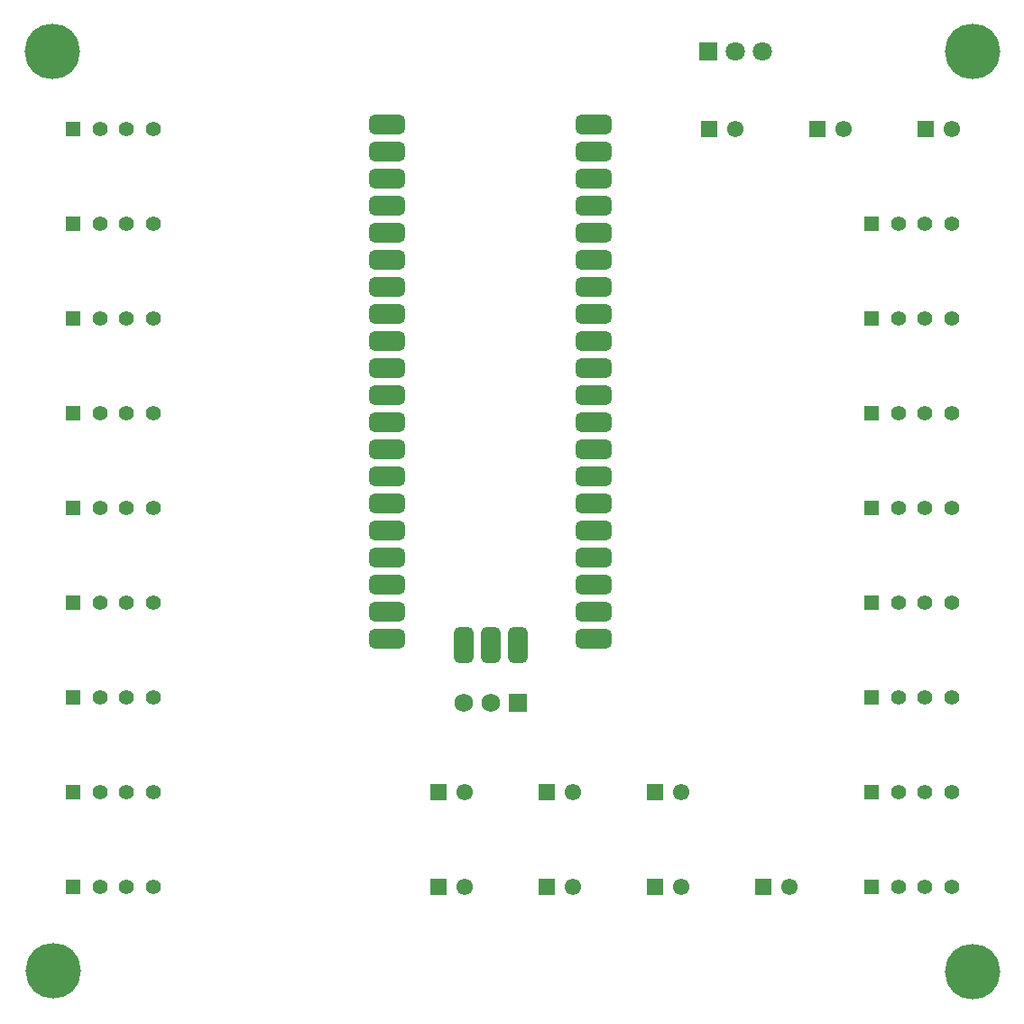
<source format=gbs>
G04*
G04 #@! TF.GenerationSoftware,Altium Limited,Altium Designer,22.0.2 (36)*
G04*
G04 Layer_Color=16711935*
%FSLAX25Y25*%
%MOIN*%
G70*
G04*
G04 #@! TF.SameCoordinates,D3D46FE2-1C8D-4EF8-A088-ECFC07646440*
G04*
G04*
G04 #@! TF.FilePolarity,Negative*
G04*
G01*
G75*
%ADD20C,0.20485*%
%ADD21C,0.07099*%
%ADD22R,0.07099X0.07099*%
%ADD23C,0.06902*%
%ADD24R,0.06902X0.06902*%
%ADD25C,0.06102*%
%ADD26R,0.06102X0.06102*%
%ADD27C,0.05512*%
%ADD28R,0.05512X0.05512*%
G04:AMPARAMS|DCode=29|XSize=133.98mil|YSize=70.99mil|CornerRadius=19.75mil|HoleSize=0mil|Usage=FLASHONLY|Rotation=0.000|XOffset=0mil|YOffset=0mil|HoleType=Round|Shape=RoundedRectangle|*
%AMROUNDEDRECTD29*
21,1,0.13398,0.03150,0,0,0.0*
21,1,0.09449,0.07099,0,0,0.0*
1,1,0.03950,0.04724,-0.01575*
1,1,0.03950,-0.04724,-0.01575*
1,1,0.03950,-0.04724,0.01575*
1,1,0.03950,0.04724,0.01575*
%
%ADD29ROUNDEDRECTD29*%
G04:AMPARAMS|DCode=30|XSize=70.99mil|YSize=133.98mil|CornerRadius=19.75mil|HoleSize=0mil|Usage=FLASHONLY|Rotation=0.000|XOffset=0mil|YOffset=0mil|HoleType=Round|Shape=RoundedRectangle|*
%AMROUNDEDRECTD30*
21,1,0.07099,0.09449,0,0,0.0*
21,1,0.03150,0.13398,0,0,0.0*
1,1,0.03950,0.01575,-0.04724*
1,1,0.03950,-0.01575,-0.04724*
1,1,0.03950,-0.01575,0.04724*
1,1,0.03950,0.01575,0.04724*
%
%ADD30ROUNDEDRECTD30*%
D20*
X20000Y360000D02*
D03*
X20500Y20500D02*
D03*
X360000Y20000D02*
D03*
Y360000D02*
D03*
D21*
X272500D02*
D03*
X282500D02*
D03*
D22*
X262500D02*
D03*
D23*
X182000Y119500D02*
D03*
X172000D02*
D03*
D24*
X192000D02*
D03*
D25*
X352421Y331567D02*
D03*
X312421D02*
D03*
X292421Y51567D02*
D03*
X272421Y331567D02*
D03*
X252421Y51567D02*
D03*
X212421D02*
D03*
X172421D02*
D03*
X252421Y86567D02*
D03*
X212421D02*
D03*
X172421D02*
D03*
D26*
X342579Y331567D02*
D03*
X302579D02*
D03*
X282579Y51567D02*
D03*
X262579Y331567D02*
D03*
X242579Y51567D02*
D03*
X202579D02*
D03*
X162579D02*
D03*
X242579Y86567D02*
D03*
X202579D02*
D03*
X162579D02*
D03*
D27*
X352264Y51567D02*
D03*
X342421D02*
D03*
X332579D02*
D03*
X352264Y86567D02*
D03*
X342421D02*
D03*
X332579D02*
D03*
X352264Y121567D02*
D03*
X342421Y121567D02*
D03*
X332579D02*
D03*
X352264Y156567D02*
D03*
X342421Y156567D02*
D03*
X332579D02*
D03*
X342421Y191567D02*
D03*
X352264D02*
D03*
X332579D02*
D03*
X342421Y226567D02*
D03*
X352264D02*
D03*
X332579D02*
D03*
X342421Y261567D02*
D03*
X352264D02*
D03*
X332579D02*
D03*
X352264Y296567D02*
D03*
X342421D02*
D03*
X332579D02*
D03*
X57264Y51567D02*
D03*
X47421D02*
D03*
X37579D02*
D03*
X57264Y86567D02*
D03*
X47421D02*
D03*
X37579D02*
D03*
X57264Y121567D02*
D03*
X47421D02*
D03*
X37579D02*
D03*
X57264Y156567D02*
D03*
X47421D02*
D03*
X37579D02*
D03*
X57264Y191567D02*
D03*
X47421D02*
D03*
X37579D02*
D03*
X57264Y226567D02*
D03*
X47421D02*
D03*
X37579D02*
D03*
X57264Y261567D02*
D03*
X47421D02*
D03*
X37579D02*
D03*
X57264Y296567D02*
D03*
X47421D02*
D03*
X37579D02*
D03*
X57264Y331567D02*
D03*
X47421Y331567D02*
D03*
X37579Y331567D02*
D03*
D28*
X322736Y51567D02*
D03*
Y86567D02*
D03*
X322736Y121567D02*
D03*
Y156567D02*
D03*
X322736Y191567D02*
D03*
Y226567D02*
D03*
X322736Y261567D02*
D03*
X322736Y296567D02*
D03*
X27736Y51567D02*
D03*
Y86567D02*
D03*
Y121567D02*
D03*
X27736Y156567D02*
D03*
X27736Y191567D02*
D03*
X27736Y226567D02*
D03*
X27736Y261567D02*
D03*
X27736Y296567D02*
D03*
Y331567D02*
D03*
D29*
X143799Y333043D02*
D03*
Y323043D02*
D03*
Y233043D02*
D03*
X220098D02*
D03*
X143799Y303043D02*
D03*
Y313043D02*
D03*
Y253043D02*
D03*
Y243043D02*
D03*
Y163043D02*
D03*
Y193043D02*
D03*
Y173043D02*
D03*
Y183043D02*
D03*
Y153043D02*
D03*
Y203043D02*
D03*
Y213043D02*
D03*
Y223043D02*
D03*
Y143043D02*
D03*
Y273043D02*
D03*
Y283043D02*
D03*
Y293043D02*
D03*
Y263043D02*
D03*
X220098Y153043D02*
D03*
Y143043D02*
D03*
Y163043D02*
D03*
Y173043D02*
D03*
Y193043D02*
D03*
Y183043D02*
D03*
Y203043D02*
D03*
Y213043D02*
D03*
Y223043D02*
D03*
Y243043D02*
D03*
Y253043D02*
D03*
Y273043D02*
D03*
Y263043D02*
D03*
Y323043D02*
D03*
Y293043D02*
D03*
Y303043D02*
D03*
Y313043D02*
D03*
Y283043D02*
D03*
Y333043D02*
D03*
D30*
X171949Y140760D02*
D03*
X181949D02*
D03*
X191949D02*
D03*
M02*

</source>
